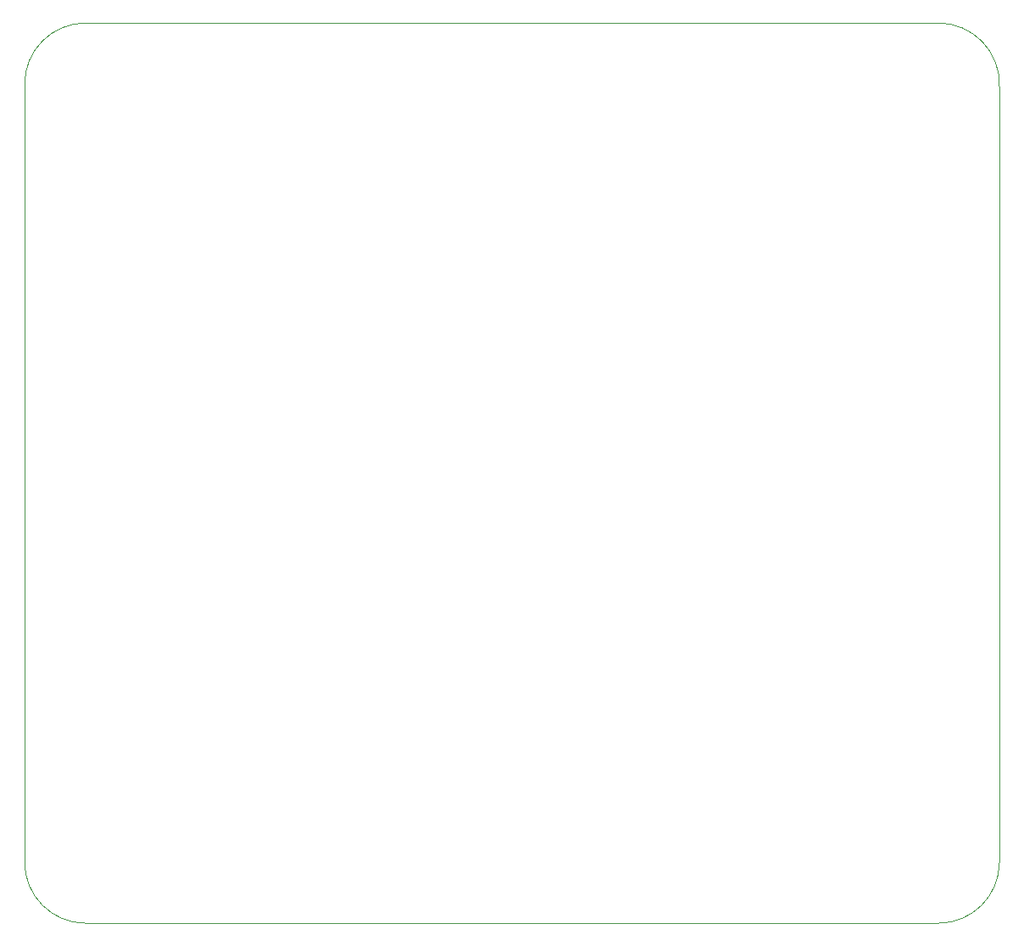
<source format=gbr>
%TF.GenerationSoftware,KiCad,Pcbnew,(5.1.8)-1*%
%TF.CreationDate,2021-11-01T21:13:11+01:00*%
%TF.ProjectId,Dashboard,44617368-626f-4617-9264-2e6b69636164,rev?*%
%TF.SameCoordinates,Original*%
%TF.FileFunction,Profile,NP*%
%FSLAX46Y46*%
G04 Gerber Fmt 4.6, Leading zero omitted, Abs format (unit mm)*
G04 Created by KiCad (PCBNEW (5.1.8)-1) date 2021-11-01 21:13:11*
%MOMM*%
%LPD*%
G01*
G04 APERTURE LIST*
%TA.AperFunction,Profile*%
%ADD10C,0.050000*%
%TD*%
G04 APERTURE END LIST*
D10*
X167132000Y-20828000D02*
X167132000Y-98552000D01*
X167132000Y-20828000D02*
G75*
G02*
X173228000Y-14732000I6096000J0D01*
G01*
X264414000Y-98552000D02*
X264414000Y-98049287D01*
X173228000Y-104648000D02*
G75*
G02*
X167132000Y-98552000I0J6096000D01*
G01*
X264414000Y-98552000D02*
G75*
G02*
X258318000Y-104648000I-6096000J0D01*
G01*
X258318000Y-14732000D02*
G75*
G02*
X264414000Y-21087287I1J-6101288D01*
G01*
X173228000Y-14732000D02*
X258318000Y-14732000D01*
X264414000Y-21087287D02*
X264414000Y-98049287D01*
X173228000Y-104648000D02*
X258318000Y-104648000D01*
M02*

</source>
